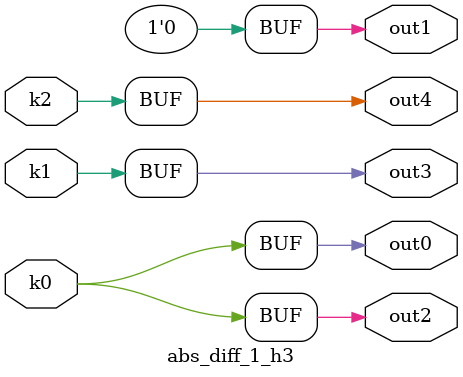
<source format=v>
module abs_diff_1(pi00, pi01, pi02, pi03, pi04, pi05, pi06, pi07, pi08, pi09, po0, po1, po2, po3, po4);
input pi00, pi01, pi02, pi03, pi04, pi05, pi06, pi07, pi08, pi09;
output po0, po1, po2, po3, po4;
wire k0, k1, k2;
abs_diff_1_w3 DUT1 (pi00, pi01, pi02, pi03, pi04, pi05, pi06, pi07, pi08, pi09, k0, k1, k2);
abs_diff_1_h3 DUT2 (k0, k1, k2, po0, po1, po2, po3, po4);
endmodule

module abs_diff_1_w3(in9, in8, in7, in6, in5, in4, in3, in2, in1, in0, k2, k1, k0);
input in9, in8, in7, in6, in5, in4, in3, in2, in1, in0;
output k2, k1, k0;
assign k0 =   ((in8 ^ in5) & (in2 ? ((in9 & ~in6) | (in3 & (in9 | ~in6))) : (((~in9 | in6) & (in1 ? in3 : in0)) | (in0 & in1 & (in9 | ~in6)) | (~in1 & ~in9 & in6)))) | ((~in8 ^ in5) & ((in0 & ((~in9 & (in2 | (in1 & in6))) | (in6 & in2))) | (~in2 & ((in3 & ((in9 & ~in6) | (~in1 & (in9 | ~in6)))) | (~in1 & in9 & ~in6))) | (~in9 & in6 & in2))) | (in0 & in3 & in1 & ~in2);
assign k1 =   ((~in9 ^ in6) & ((~in2 & ~in1) ? in0 : in3)) | ((in9 ^ in6) & ((~in2 & ~in1) ? in3 : in0));
assign k2 =   (((in9 & (~in6 | in3)) | (~in6 & in3)) & (in7 | ~in4) & (in8 | ~in5)) | (in8 & ~in5 & (in7 | ~in4)) | (in7 & ~in4);
endmodule

module abs_diff_1_h3(k2, k1, k0, out4, out3, out2, out1, out0);
input k2, k1, k0;
output out4, out3, out2, out1, out0;
assign out0 = k0;
assign out1 = 0;
assign out2 = k0;
assign out3 = k1;
assign out4 = k2;
endmodule

</source>
